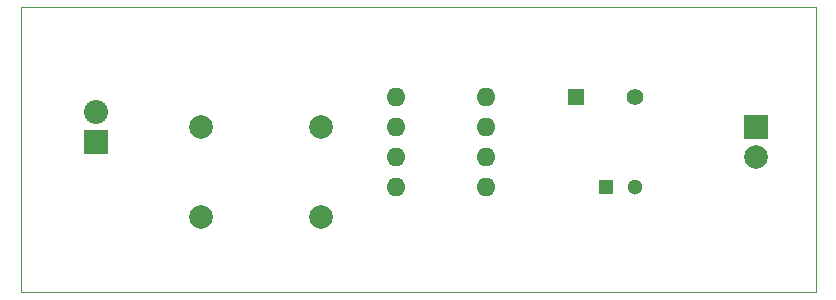
<source format=gbr>
G04 #@! TF.FileFunction,Copper,L1,Top,Signal*
%FSLAX46Y46*%
G04 Gerber Fmt 4.6, Leading zero omitted, Abs format (unit mm)*
G04 Created by KiCad (PCBNEW 0.201509111501+6183~30~ubuntu14.04.1-product) date Wed 16 Sep 2015 08:53:59 PM CDT*
%MOMM*%
G01*
G04 APERTURE LIST*
%ADD10C,0.100000*%
%ADD11R,1.400000X1.400000*%
%ADD12C,1.400000*%
%ADD13R,1.300000X1.300000*%
%ADD14C,1.300000*%
%ADD15R,2.000000X2.000000*%
%ADD16C,2.000000*%
%ADD17R,2.032000X2.032000*%
%ADD18O,2.032000X2.032000*%
%ADD19C,1.998980*%
%ADD20O,1.600000X1.600000*%
G04 APERTURE END LIST*
D10*
X161290000Y-93980000D02*
X93980000Y-93980000D01*
X161290000Y-118110000D02*
X161290000Y-93980000D01*
X93980000Y-118110000D02*
X161290000Y-118110000D01*
X93980000Y-93980000D02*
X93980000Y-118110000D01*
D11*
X140970000Y-101600000D03*
D12*
X145970000Y-101600000D03*
D13*
X143510000Y-109220000D03*
D14*
X146010000Y-109220000D03*
D15*
X156210000Y-104140000D03*
D16*
X156210000Y-106680000D03*
D17*
X100330000Y-105410000D03*
D18*
X100330000Y-102870000D03*
D19*
X109220000Y-104140000D03*
X119380000Y-104140000D03*
X119380000Y-111760000D03*
X109220000Y-111760000D03*
D20*
X125730000Y-101600000D03*
X125730000Y-104140000D03*
X125730000Y-106680000D03*
X125730000Y-109220000D03*
X133350000Y-109220000D03*
X133350000Y-106680000D03*
X133350000Y-104140000D03*
X133350000Y-101600000D03*
M02*

</source>
